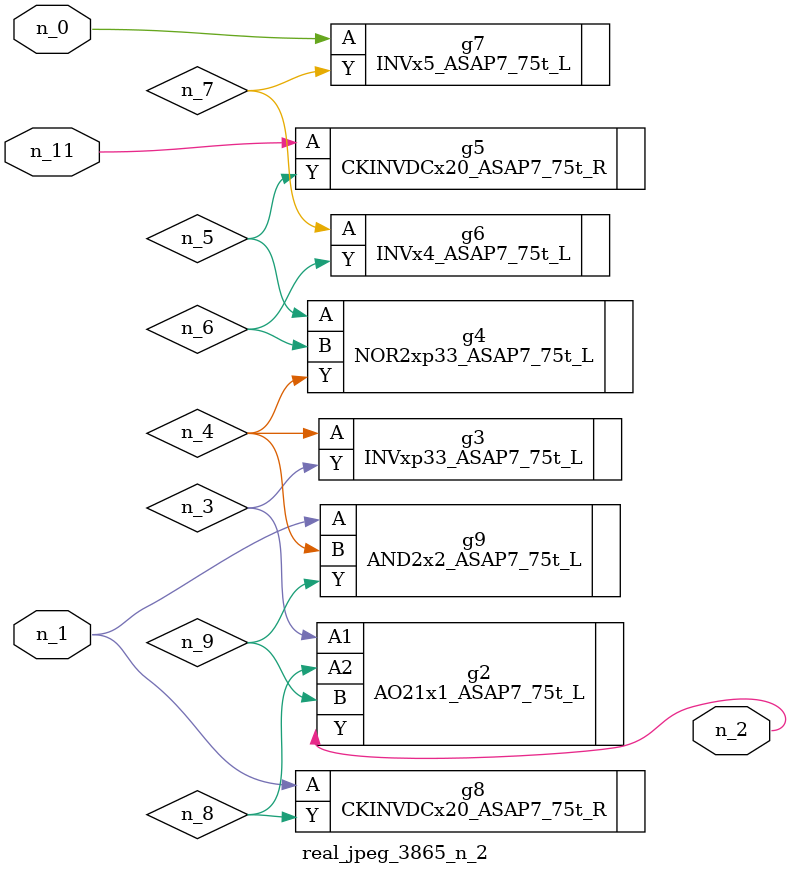
<source format=v>
module real_jpeg_3865_n_2 (n_1, n_11, n_0, n_2);

input n_1;
input n_11;
input n_0;

output n_2;

wire n_5;
wire n_8;
wire n_4;
wire n_6;
wire n_7;
wire n_3;
wire n_9;

INVx5_ASAP7_75t_L g7 ( 
.A(n_0),
.Y(n_7)
);

CKINVDCx20_ASAP7_75t_R g8 ( 
.A(n_1),
.Y(n_8)
);

AND2x2_ASAP7_75t_L g9 ( 
.A(n_1),
.B(n_4),
.Y(n_9)
);

AO21x1_ASAP7_75t_L g2 ( 
.A1(n_3),
.A2(n_8),
.B(n_9),
.Y(n_2)
);

INVxp33_ASAP7_75t_L g3 ( 
.A(n_4),
.Y(n_3)
);

NOR2xp33_ASAP7_75t_L g4 ( 
.A(n_5),
.B(n_6),
.Y(n_4)
);

INVx4_ASAP7_75t_L g6 ( 
.A(n_7),
.Y(n_6)
);

CKINVDCx20_ASAP7_75t_R g5 ( 
.A(n_11),
.Y(n_5)
);


endmodule
</source>
